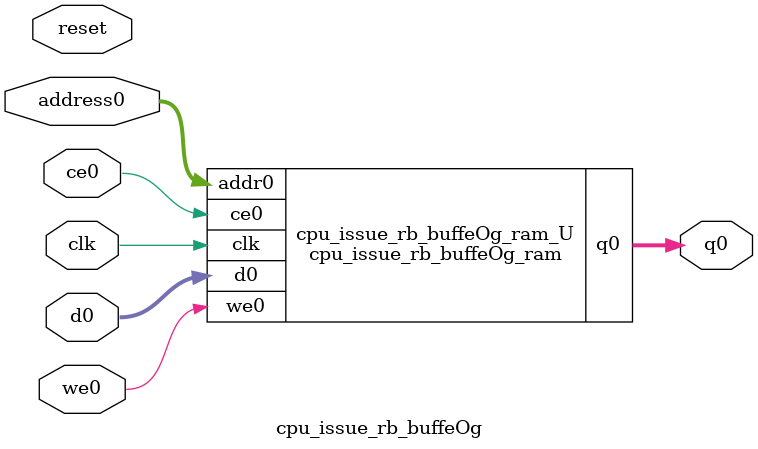
<source format=v>

`timescale 1 ns / 1 ps
module cpu_issue_rb_buffeOg_ram (addr0, ce0, d0, we0, q0,  clk);

parameter DWIDTH = 8;
parameter AWIDTH = 3;
parameter MEM_SIZE = 5;

input[AWIDTH-1:0] addr0;
input ce0;
input[DWIDTH-1:0] d0;
input we0;
output reg[DWIDTH-1:0] q0;
input clk;

(* ram_style = "distributed" *)reg [DWIDTH-1:0] ram[0:MEM_SIZE-1];




always @(posedge clk)  
begin 
    if (ce0) 
    begin
        if (we0) 
        begin 
            ram[addr0] <= d0; 
            q0 <= d0;
        end 
        else 
            q0 <= ram[addr0];
    end
end


endmodule


`timescale 1 ns / 1 ps
module cpu_issue_rb_buffeOg(
    reset,
    clk,
    address0,
    ce0,
    we0,
    d0,
    q0);

parameter DataWidth = 32'd8;
parameter AddressRange = 32'd5;
parameter AddressWidth = 32'd3;
input reset;
input clk;
input[AddressWidth - 1:0] address0;
input ce0;
input we0;
input[DataWidth - 1:0] d0;
output[DataWidth - 1:0] q0;



cpu_issue_rb_buffeOg_ram cpu_issue_rb_buffeOg_ram_U(
    .clk( clk ),
    .addr0( address0 ),
    .ce0( ce0 ),
    .we0( we0 ),
    .d0( d0 ),
    .q0( q0 ));

endmodule


</source>
